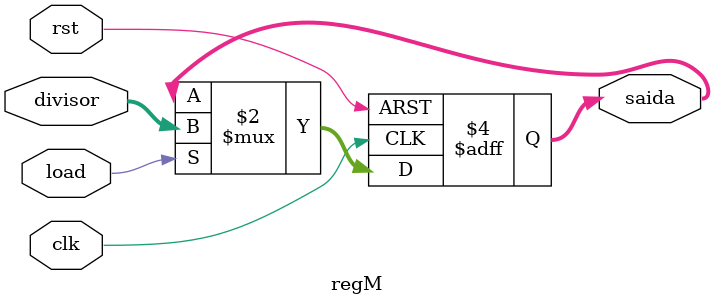
<source format=v>
module regM #(parameter N = 4)(
    input [N-1:0] divisor,
    input load, clk, rst,
    output reg [N-1:0] saida
);

always @(posedge clk, posedge rst) begin
    if (rst) begin
        saida <= 0;
    end else if (load) begin
        saida <= divisor;
    end 
end
    
endmodule
</source>
